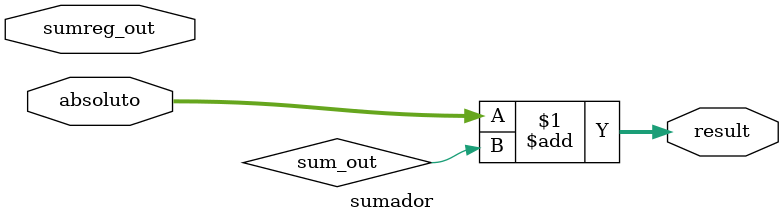
<source format=sv>
module sumador(
    input logic [8:0] absoluto,
    input logic [31:0] sumreg_out,
    output logic [31:0] result
);

assign result = absoluto + sum_out;

endmodule
</source>
